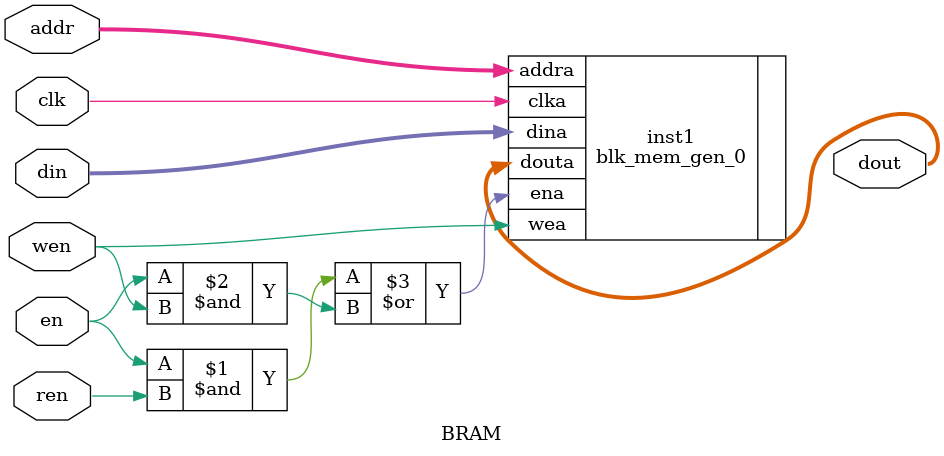
<source format=v>
`timescale 1ns / 1ps

module BRAM(clk, en, ren, wen, addr, din, dout);
input clk, en, wen, ren;
input [16:0] addr;
input [7:0] din;
output [7:0] dout;
blk_mem_gen_0 inst1( .clka(clk), .ena((en&ren)|(en&wen)), .wea(wen), .addra(addr), .dina(din), .douta(dout));

endmodule

</source>
